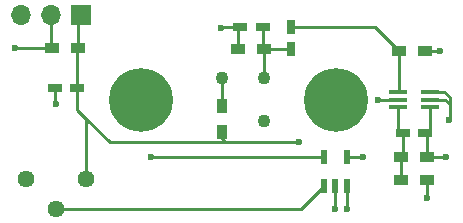
<source format=gbr>
G04 #@! TF.FileFunction,Copper,L1,Top,Signal*
%FSLAX46Y46*%
G04 Gerber Fmt 4.6, Leading zero omitted, Abs format (unit mm)*
G04 Created by KiCad (PCBNEW 4.0.7) date 06/05/18 13:55:36*
%MOMM*%
%LPD*%
G01*
G04 APERTURE LIST*
%ADD10C,0.100000*%
%ADD11C,1.440000*%
%ADD12C,5.400000*%
%ADD13R,1.500000X0.400000*%
%ADD14R,1.200000X0.750000*%
%ADD15R,0.750000X1.200000*%
%ADD16C,1.100000*%
%ADD17R,0.900000X1.200000*%
%ADD18R,1.200000X0.900000*%
%ADD19R,0.590000X1.210000*%
%ADD20R,1.700000X1.700000*%
%ADD21O,1.700000X1.700000*%
%ADD22C,0.600000*%
%ADD23C,0.250000*%
G04 APERTURE END LIST*
D10*
D11*
X142811500Y-109283500D03*
X140271500Y-106743500D03*
X145351500Y-106743500D03*
D12*
X166500000Y-100000000D03*
D13*
X171771000Y-99350000D03*
X171771000Y-100000000D03*
X171771000Y-100650000D03*
X174431000Y-100650000D03*
X174431000Y-100000000D03*
X174431000Y-99350000D03*
D14*
X160271500Y-93853000D03*
X158371500Y-93853000D03*
D15*
X162687000Y-93855500D03*
X162687000Y-95755500D03*
D14*
X174051000Y-102870000D03*
X172151000Y-102870000D03*
X144587000Y-98996500D03*
X142687000Y-98996500D03*
D16*
X156826950Y-98203950D03*
X160419050Y-98203950D03*
X160419050Y-101796050D03*
D17*
X156845000Y-102763500D03*
X156845000Y-100563500D03*
D18*
X160421500Y-95758000D03*
X158221500Y-95758000D03*
X171810500Y-95885000D03*
X174010500Y-95885000D03*
X172001000Y-106810000D03*
X174201000Y-106810000D03*
X174201000Y-104840000D03*
X172001000Y-104840000D03*
X144610000Y-95631000D03*
X142410000Y-95631000D03*
D19*
X165483500Y-107363500D03*
X166433500Y-107363500D03*
X167383500Y-107363500D03*
X167383500Y-104853500D03*
X165483500Y-104853500D03*
D12*
X150000000Y-100000000D03*
D20*
X144907000Y-92837000D03*
D21*
X142367000Y-92837000D03*
X139827000Y-92837000D03*
D22*
X166433500Y-109283500D03*
X167386000Y-109283500D03*
X142748000Y-100393500D03*
X175323500Y-95885000D03*
X170053000Y-100012500D03*
X174180500Y-108331000D03*
X156718000Y-93916500D03*
X175768000Y-104838500D03*
X168783000Y-104902000D03*
X163322000Y-103632000D03*
X176022000Y-101727000D03*
X139319000Y-95631000D03*
X150812500Y-104838500D03*
D23*
X171810500Y-95885000D02*
X171810500Y-99310500D01*
X171810500Y-99310500D02*
X171771000Y-99350000D01*
X162687000Y-93855500D02*
X169781000Y-93855500D01*
X169781000Y-93855500D02*
X171810500Y-95885000D01*
X166433500Y-107363500D02*
X166433500Y-109283500D01*
X167383500Y-107363500D02*
X167383500Y-109281000D01*
X167383500Y-109281000D02*
X167386000Y-109283500D01*
X142687000Y-98996500D02*
X142687000Y-100332500D01*
X142687000Y-100332500D02*
X142748000Y-100393500D01*
X174010500Y-95885000D02*
X175323500Y-95885000D01*
X171771000Y-100000000D02*
X170065500Y-100000000D01*
X170065500Y-100000000D02*
X170053000Y-100012500D01*
X174201000Y-106810000D02*
X174201000Y-108310500D01*
X174201000Y-108310500D02*
X174180500Y-108331000D01*
X158371500Y-93853000D02*
X156781500Y-93853000D01*
X156781500Y-93853000D02*
X156718000Y-93916500D01*
X158221500Y-95758000D02*
X158221500Y-94003000D01*
X158221500Y-94003000D02*
X158371500Y-93853000D01*
X172001000Y-104840000D02*
X172001000Y-106810000D01*
X172151000Y-102870000D02*
X172151000Y-104690000D01*
X172151000Y-104690000D02*
X172001000Y-104840000D01*
X171771000Y-100650000D02*
X171771000Y-102490000D01*
X171771000Y-102490000D02*
X172001000Y-102720000D01*
X167383500Y-104853500D02*
X168734500Y-104853500D01*
X175766500Y-104840000D02*
X174201000Y-104840000D01*
X175768000Y-104838500D02*
X175766500Y-104840000D01*
X168734500Y-104853500D02*
X168783000Y-104902000D01*
X174431000Y-100650000D02*
X174431000Y-102490000D01*
X174431000Y-102490000D02*
X174201000Y-102720000D01*
X174201000Y-102720000D02*
X174201000Y-104840000D01*
X145351500Y-106743500D02*
X145351500Y-101663500D01*
X145351500Y-101663500D02*
X145351500Y-101727000D01*
X145351500Y-101727000D02*
X145351500Y-101663500D01*
X144587000Y-98996500D02*
X144587000Y-100899000D01*
X147320000Y-103632000D02*
X157162500Y-103632000D01*
X144587000Y-100899000D02*
X145351500Y-101663500D01*
X145351500Y-101663500D02*
X147320000Y-103632000D01*
X174431000Y-99350000D02*
X175677000Y-99350000D01*
X176149000Y-99822000D02*
X176149000Y-100393500D01*
X175677000Y-99350000D02*
X176149000Y-99822000D01*
X156845000Y-102763500D02*
X156845000Y-103314500D01*
X156845000Y-103314500D02*
X157162500Y-103632000D01*
X175755500Y-100000000D02*
X174431000Y-100000000D01*
X176149000Y-100393500D02*
X176085500Y-100330000D01*
X176085500Y-100330000D02*
X175755500Y-100000000D01*
X176149000Y-101600000D02*
X176149000Y-100393500D01*
X157162500Y-103632000D02*
X163322000Y-103632000D01*
X176022000Y-101727000D02*
X176149000Y-101600000D01*
X144610000Y-95631000D02*
X144610000Y-93134000D01*
X144610000Y-93134000D02*
X144907000Y-92837000D01*
X144587000Y-98996500D02*
X144587000Y-95654000D01*
X144587000Y-95654000D02*
X144610000Y-95631000D01*
X160421500Y-95758000D02*
X162684500Y-95758000D01*
X162684500Y-95758000D02*
X162687000Y-95755500D01*
X160419050Y-98203950D02*
X160419050Y-95760450D01*
X160419050Y-95760450D02*
X160271500Y-95612900D01*
X160271500Y-95612900D02*
X160271500Y-93853000D01*
X156845000Y-100563500D02*
X156845000Y-98222000D01*
X156845000Y-98222000D02*
X156826950Y-98203950D01*
X142811500Y-109283500D02*
X163563500Y-109283500D01*
X163563500Y-109283500D02*
X165483500Y-107363500D01*
X165483500Y-104853500D02*
X150827500Y-104853500D01*
X139319000Y-95631000D02*
X142410000Y-95631000D01*
X150827500Y-104853500D02*
X150812500Y-104838500D01*
X142367000Y-92837000D02*
X142367000Y-95588000D01*
X142367000Y-95588000D02*
X142410000Y-95631000D01*
M02*

</source>
